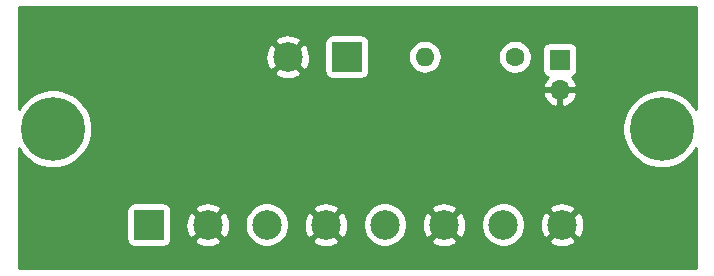
<source format=gbr>
G04 #@! TF.GenerationSoftware,KiCad,Pcbnew,(5.1.4)-1*
G04 #@! TF.CreationDate,2019-09-19T18:51:56-04:00*
G04 #@! TF.ProjectId,power_distribution,706f7765-725f-4646-9973-747269627574,rev?*
G04 #@! TF.SameCoordinates,Original*
G04 #@! TF.FileFunction,Copper,L2,Bot*
G04 #@! TF.FilePolarity,Positive*
%FSLAX46Y46*%
G04 Gerber Fmt 4.6, Leading zero omitted, Abs format (unit mm)*
G04 Created by KiCad (PCBNEW (5.1.4)-1) date 2019-09-19 18:51:56*
%MOMM*%
%LPD*%
G04 APERTURE LIST*
%ADD10C,0.800000*%
%ADD11C,5.400000*%
%ADD12O,1.600000X1.600000*%
%ADD13C,1.600000*%
%ADD14C,2.500000*%
%ADD15R,2.500000X2.500000*%
%ADD16O,1.700000X1.700000*%
%ADD17R,1.700000X1.700000*%
%ADD18C,0.254000*%
G04 APERTURE END LIST*
D10*
X201329891Y-84420109D03*
X199898000Y-83827000D03*
X198466109Y-84420109D03*
X197873000Y-85852000D03*
X198466109Y-87283891D03*
X199898000Y-87877000D03*
X201329891Y-87283891D03*
X201923000Y-85852000D03*
D11*
X199898000Y-85852000D03*
D10*
X149767891Y-84420109D03*
X148336000Y-83827000D03*
X146904109Y-84420109D03*
X146311000Y-85852000D03*
X146904109Y-87283891D03*
X148336000Y-87877000D03*
X149767891Y-87283891D03*
X150361000Y-85852000D03*
D11*
X148336000Y-85852000D03*
D12*
X179832000Y-79756000D03*
D13*
X187452000Y-79756000D03*
D14*
X168228000Y-79756000D03*
D15*
X173228000Y-79756000D03*
D16*
X191262000Y-82550000D03*
D17*
X191262000Y-80010000D03*
D14*
X191464000Y-93980000D03*
X186464000Y-93980000D03*
X181464000Y-93980000D03*
X176464000Y-93980000D03*
X171464000Y-93980000D03*
X166464000Y-93980000D03*
X161464000Y-93980000D03*
D15*
X156464000Y-93980000D03*
D18*
G36*
X202794001Y-84183329D02*
G01*
X202488464Y-83726061D01*
X202023939Y-83261536D01*
X201477715Y-82896561D01*
X200870784Y-82645162D01*
X200226469Y-82517000D01*
X199569531Y-82517000D01*
X198925216Y-82645162D01*
X198318285Y-82896561D01*
X197772061Y-83261536D01*
X197307536Y-83726061D01*
X196942561Y-84272285D01*
X196691162Y-84879216D01*
X196563000Y-85523531D01*
X196563000Y-86180469D01*
X196691162Y-86824784D01*
X196942561Y-87431715D01*
X197307536Y-87977939D01*
X197772061Y-88442464D01*
X198318285Y-88807439D01*
X198925216Y-89058838D01*
X199569531Y-89187000D01*
X200226469Y-89187000D01*
X200870784Y-89058838D01*
X201477715Y-88807439D01*
X202023939Y-88442464D01*
X202488464Y-87977939D01*
X202794000Y-87520671D01*
X202794000Y-97638000D01*
X145440000Y-97638000D01*
X145440000Y-92730000D01*
X154575928Y-92730000D01*
X154575928Y-95230000D01*
X154588188Y-95354482D01*
X154624498Y-95474180D01*
X154683463Y-95584494D01*
X154762815Y-95681185D01*
X154859506Y-95760537D01*
X154969820Y-95819502D01*
X155089518Y-95855812D01*
X155214000Y-95868072D01*
X157714000Y-95868072D01*
X157838482Y-95855812D01*
X157958180Y-95819502D01*
X158068494Y-95760537D01*
X158165185Y-95681185D01*
X158244537Y-95584494D01*
X158303502Y-95474180D01*
X158339812Y-95354482D01*
X158345807Y-95293605D01*
X160330000Y-95293605D01*
X160455914Y-95583577D01*
X160788126Y-95749433D01*
X161146312Y-95847290D01*
X161516706Y-95873389D01*
X161885075Y-95826725D01*
X162237262Y-95709094D01*
X162472086Y-95583577D01*
X162598000Y-95293605D01*
X161464000Y-94159605D01*
X160330000Y-95293605D01*
X158345807Y-95293605D01*
X158352072Y-95230000D01*
X158352072Y-94032706D01*
X159570611Y-94032706D01*
X159617275Y-94401075D01*
X159734906Y-94753262D01*
X159860423Y-94988086D01*
X160150395Y-95114000D01*
X161284395Y-93980000D01*
X161643605Y-93980000D01*
X162777605Y-95114000D01*
X163067577Y-94988086D01*
X163233433Y-94655874D01*
X163331290Y-94297688D01*
X163357389Y-93927294D01*
X163340548Y-93794344D01*
X164579000Y-93794344D01*
X164579000Y-94165656D01*
X164651439Y-94529834D01*
X164793534Y-94872882D01*
X164999825Y-95181618D01*
X165262382Y-95444175D01*
X165571118Y-95650466D01*
X165914166Y-95792561D01*
X166278344Y-95865000D01*
X166649656Y-95865000D01*
X167013834Y-95792561D01*
X167356882Y-95650466D01*
X167665618Y-95444175D01*
X167816188Y-95293605D01*
X170330000Y-95293605D01*
X170455914Y-95583577D01*
X170788126Y-95749433D01*
X171146312Y-95847290D01*
X171516706Y-95873389D01*
X171885075Y-95826725D01*
X172237262Y-95709094D01*
X172472086Y-95583577D01*
X172598000Y-95293605D01*
X171464000Y-94159605D01*
X170330000Y-95293605D01*
X167816188Y-95293605D01*
X167928175Y-95181618D01*
X168134466Y-94872882D01*
X168276561Y-94529834D01*
X168349000Y-94165656D01*
X168349000Y-94032706D01*
X169570611Y-94032706D01*
X169617275Y-94401075D01*
X169734906Y-94753262D01*
X169860423Y-94988086D01*
X170150395Y-95114000D01*
X171284395Y-93980000D01*
X171643605Y-93980000D01*
X172777605Y-95114000D01*
X173067577Y-94988086D01*
X173233433Y-94655874D01*
X173331290Y-94297688D01*
X173357389Y-93927294D01*
X173340548Y-93794344D01*
X174579000Y-93794344D01*
X174579000Y-94165656D01*
X174651439Y-94529834D01*
X174793534Y-94872882D01*
X174999825Y-95181618D01*
X175262382Y-95444175D01*
X175571118Y-95650466D01*
X175914166Y-95792561D01*
X176278344Y-95865000D01*
X176649656Y-95865000D01*
X177013834Y-95792561D01*
X177356882Y-95650466D01*
X177665618Y-95444175D01*
X177816188Y-95293605D01*
X180330000Y-95293605D01*
X180455914Y-95583577D01*
X180788126Y-95749433D01*
X181146312Y-95847290D01*
X181516706Y-95873389D01*
X181885075Y-95826725D01*
X182237262Y-95709094D01*
X182472086Y-95583577D01*
X182598000Y-95293605D01*
X181464000Y-94159605D01*
X180330000Y-95293605D01*
X177816188Y-95293605D01*
X177928175Y-95181618D01*
X178134466Y-94872882D01*
X178276561Y-94529834D01*
X178349000Y-94165656D01*
X178349000Y-94032706D01*
X179570611Y-94032706D01*
X179617275Y-94401075D01*
X179734906Y-94753262D01*
X179860423Y-94988086D01*
X180150395Y-95114000D01*
X181284395Y-93980000D01*
X181643605Y-93980000D01*
X182777605Y-95114000D01*
X183067577Y-94988086D01*
X183233433Y-94655874D01*
X183331290Y-94297688D01*
X183357389Y-93927294D01*
X183340548Y-93794344D01*
X184579000Y-93794344D01*
X184579000Y-94165656D01*
X184651439Y-94529834D01*
X184793534Y-94872882D01*
X184999825Y-95181618D01*
X185262382Y-95444175D01*
X185571118Y-95650466D01*
X185914166Y-95792561D01*
X186278344Y-95865000D01*
X186649656Y-95865000D01*
X187013834Y-95792561D01*
X187356882Y-95650466D01*
X187665618Y-95444175D01*
X187816188Y-95293605D01*
X190330000Y-95293605D01*
X190455914Y-95583577D01*
X190788126Y-95749433D01*
X191146312Y-95847290D01*
X191516706Y-95873389D01*
X191885075Y-95826725D01*
X192237262Y-95709094D01*
X192472086Y-95583577D01*
X192598000Y-95293605D01*
X191464000Y-94159605D01*
X190330000Y-95293605D01*
X187816188Y-95293605D01*
X187928175Y-95181618D01*
X188134466Y-94872882D01*
X188276561Y-94529834D01*
X188349000Y-94165656D01*
X188349000Y-94032706D01*
X189570611Y-94032706D01*
X189617275Y-94401075D01*
X189734906Y-94753262D01*
X189860423Y-94988086D01*
X190150395Y-95114000D01*
X191284395Y-93980000D01*
X191643605Y-93980000D01*
X192777605Y-95114000D01*
X193067577Y-94988086D01*
X193233433Y-94655874D01*
X193331290Y-94297688D01*
X193357389Y-93927294D01*
X193310725Y-93558925D01*
X193193094Y-93206738D01*
X193067577Y-92971914D01*
X192777605Y-92846000D01*
X191643605Y-93980000D01*
X191284395Y-93980000D01*
X190150395Y-92846000D01*
X189860423Y-92971914D01*
X189694567Y-93304126D01*
X189596710Y-93662312D01*
X189570611Y-94032706D01*
X188349000Y-94032706D01*
X188349000Y-93794344D01*
X188276561Y-93430166D01*
X188134466Y-93087118D01*
X187928175Y-92778382D01*
X187816188Y-92666395D01*
X190330000Y-92666395D01*
X191464000Y-93800395D01*
X192598000Y-92666395D01*
X192472086Y-92376423D01*
X192139874Y-92210567D01*
X191781688Y-92112710D01*
X191411294Y-92086611D01*
X191042925Y-92133275D01*
X190690738Y-92250906D01*
X190455914Y-92376423D01*
X190330000Y-92666395D01*
X187816188Y-92666395D01*
X187665618Y-92515825D01*
X187356882Y-92309534D01*
X187013834Y-92167439D01*
X186649656Y-92095000D01*
X186278344Y-92095000D01*
X185914166Y-92167439D01*
X185571118Y-92309534D01*
X185262382Y-92515825D01*
X184999825Y-92778382D01*
X184793534Y-93087118D01*
X184651439Y-93430166D01*
X184579000Y-93794344D01*
X183340548Y-93794344D01*
X183310725Y-93558925D01*
X183193094Y-93206738D01*
X183067577Y-92971914D01*
X182777605Y-92846000D01*
X181643605Y-93980000D01*
X181284395Y-93980000D01*
X180150395Y-92846000D01*
X179860423Y-92971914D01*
X179694567Y-93304126D01*
X179596710Y-93662312D01*
X179570611Y-94032706D01*
X178349000Y-94032706D01*
X178349000Y-93794344D01*
X178276561Y-93430166D01*
X178134466Y-93087118D01*
X177928175Y-92778382D01*
X177816188Y-92666395D01*
X180330000Y-92666395D01*
X181464000Y-93800395D01*
X182598000Y-92666395D01*
X182472086Y-92376423D01*
X182139874Y-92210567D01*
X181781688Y-92112710D01*
X181411294Y-92086611D01*
X181042925Y-92133275D01*
X180690738Y-92250906D01*
X180455914Y-92376423D01*
X180330000Y-92666395D01*
X177816188Y-92666395D01*
X177665618Y-92515825D01*
X177356882Y-92309534D01*
X177013834Y-92167439D01*
X176649656Y-92095000D01*
X176278344Y-92095000D01*
X175914166Y-92167439D01*
X175571118Y-92309534D01*
X175262382Y-92515825D01*
X174999825Y-92778382D01*
X174793534Y-93087118D01*
X174651439Y-93430166D01*
X174579000Y-93794344D01*
X173340548Y-93794344D01*
X173310725Y-93558925D01*
X173193094Y-93206738D01*
X173067577Y-92971914D01*
X172777605Y-92846000D01*
X171643605Y-93980000D01*
X171284395Y-93980000D01*
X170150395Y-92846000D01*
X169860423Y-92971914D01*
X169694567Y-93304126D01*
X169596710Y-93662312D01*
X169570611Y-94032706D01*
X168349000Y-94032706D01*
X168349000Y-93794344D01*
X168276561Y-93430166D01*
X168134466Y-93087118D01*
X167928175Y-92778382D01*
X167816188Y-92666395D01*
X170330000Y-92666395D01*
X171464000Y-93800395D01*
X172598000Y-92666395D01*
X172472086Y-92376423D01*
X172139874Y-92210567D01*
X171781688Y-92112710D01*
X171411294Y-92086611D01*
X171042925Y-92133275D01*
X170690738Y-92250906D01*
X170455914Y-92376423D01*
X170330000Y-92666395D01*
X167816188Y-92666395D01*
X167665618Y-92515825D01*
X167356882Y-92309534D01*
X167013834Y-92167439D01*
X166649656Y-92095000D01*
X166278344Y-92095000D01*
X165914166Y-92167439D01*
X165571118Y-92309534D01*
X165262382Y-92515825D01*
X164999825Y-92778382D01*
X164793534Y-93087118D01*
X164651439Y-93430166D01*
X164579000Y-93794344D01*
X163340548Y-93794344D01*
X163310725Y-93558925D01*
X163193094Y-93206738D01*
X163067577Y-92971914D01*
X162777605Y-92846000D01*
X161643605Y-93980000D01*
X161284395Y-93980000D01*
X160150395Y-92846000D01*
X159860423Y-92971914D01*
X159694567Y-93304126D01*
X159596710Y-93662312D01*
X159570611Y-94032706D01*
X158352072Y-94032706D01*
X158352072Y-92730000D01*
X158345808Y-92666395D01*
X160330000Y-92666395D01*
X161464000Y-93800395D01*
X162598000Y-92666395D01*
X162472086Y-92376423D01*
X162139874Y-92210567D01*
X161781688Y-92112710D01*
X161411294Y-92086611D01*
X161042925Y-92133275D01*
X160690738Y-92250906D01*
X160455914Y-92376423D01*
X160330000Y-92666395D01*
X158345808Y-92666395D01*
X158339812Y-92605518D01*
X158303502Y-92485820D01*
X158244537Y-92375506D01*
X158165185Y-92278815D01*
X158068494Y-92199463D01*
X157958180Y-92140498D01*
X157838482Y-92104188D01*
X157714000Y-92091928D01*
X155214000Y-92091928D01*
X155089518Y-92104188D01*
X154969820Y-92140498D01*
X154859506Y-92199463D01*
X154762815Y-92278815D01*
X154683463Y-92375506D01*
X154624498Y-92485820D01*
X154588188Y-92605518D01*
X154575928Y-92730000D01*
X145440000Y-92730000D01*
X145440000Y-87520672D01*
X145745536Y-87977939D01*
X146210061Y-88442464D01*
X146756285Y-88807439D01*
X147363216Y-89058838D01*
X148007531Y-89187000D01*
X148664469Y-89187000D01*
X149308784Y-89058838D01*
X149915715Y-88807439D01*
X150461939Y-88442464D01*
X150926464Y-87977939D01*
X151291439Y-87431715D01*
X151542838Y-86824784D01*
X151671000Y-86180469D01*
X151671000Y-85523531D01*
X151542838Y-84879216D01*
X151291439Y-84272285D01*
X150926464Y-83726061D01*
X150461939Y-83261536D01*
X149931174Y-82906890D01*
X189820524Y-82906890D01*
X189865175Y-83054099D01*
X189990359Y-83316920D01*
X190164412Y-83550269D01*
X190380645Y-83745178D01*
X190630748Y-83894157D01*
X190905109Y-83991481D01*
X191135000Y-83870814D01*
X191135000Y-82677000D01*
X191389000Y-82677000D01*
X191389000Y-83870814D01*
X191618891Y-83991481D01*
X191893252Y-83894157D01*
X192143355Y-83745178D01*
X192359588Y-83550269D01*
X192533641Y-83316920D01*
X192658825Y-83054099D01*
X192703476Y-82906890D01*
X192582155Y-82677000D01*
X191389000Y-82677000D01*
X191135000Y-82677000D01*
X189941845Y-82677000D01*
X189820524Y-82906890D01*
X149931174Y-82906890D01*
X149915715Y-82896561D01*
X149308784Y-82645162D01*
X148664469Y-82517000D01*
X148007531Y-82517000D01*
X147363216Y-82645162D01*
X146756285Y-82896561D01*
X146210061Y-83261536D01*
X145745536Y-83726061D01*
X145440000Y-84183328D01*
X145440000Y-81069605D01*
X167094000Y-81069605D01*
X167219914Y-81359577D01*
X167552126Y-81525433D01*
X167910312Y-81623290D01*
X168280706Y-81649389D01*
X168649075Y-81602725D01*
X169001262Y-81485094D01*
X169236086Y-81359577D01*
X169362000Y-81069605D01*
X168228000Y-79935605D01*
X167094000Y-81069605D01*
X145440000Y-81069605D01*
X145440000Y-79808706D01*
X166334611Y-79808706D01*
X166381275Y-80177075D01*
X166498906Y-80529262D01*
X166624423Y-80764086D01*
X166914395Y-80890000D01*
X168048395Y-79756000D01*
X168407605Y-79756000D01*
X169541605Y-80890000D01*
X169831577Y-80764086D01*
X169997433Y-80431874D01*
X170095290Y-80073688D01*
X170121389Y-79703294D01*
X170074725Y-79334925D01*
X169957094Y-78982738D01*
X169831577Y-78747914D01*
X169541605Y-78622000D01*
X168407605Y-79756000D01*
X168048395Y-79756000D01*
X166914395Y-78622000D01*
X166624423Y-78747914D01*
X166458567Y-79080126D01*
X166360710Y-79438312D01*
X166334611Y-79808706D01*
X145440000Y-79808706D01*
X145440000Y-78442395D01*
X167094000Y-78442395D01*
X168228000Y-79576395D01*
X169298395Y-78506000D01*
X171339928Y-78506000D01*
X171339928Y-81006000D01*
X171352188Y-81130482D01*
X171388498Y-81250180D01*
X171447463Y-81360494D01*
X171526815Y-81457185D01*
X171623506Y-81536537D01*
X171733820Y-81595502D01*
X171853518Y-81631812D01*
X171978000Y-81644072D01*
X174478000Y-81644072D01*
X174602482Y-81631812D01*
X174722180Y-81595502D01*
X174832494Y-81536537D01*
X174929185Y-81457185D01*
X175008537Y-81360494D01*
X175067502Y-81250180D01*
X175103812Y-81130482D01*
X175116072Y-81006000D01*
X175116072Y-79756000D01*
X178390057Y-79756000D01*
X178417764Y-80037309D01*
X178499818Y-80307808D01*
X178633068Y-80557101D01*
X178812392Y-80775608D01*
X179030899Y-80954932D01*
X179280192Y-81088182D01*
X179550691Y-81170236D01*
X179761508Y-81191000D01*
X179902492Y-81191000D01*
X180113309Y-81170236D01*
X180383808Y-81088182D01*
X180633101Y-80954932D01*
X180851608Y-80775608D01*
X181030932Y-80557101D01*
X181164182Y-80307808D01*
X181246236Y-80037309D01*
X181273943Y-79756000D01*
X181260023Y-79614665D01*
X186017000Y-79614665D01*
X186017000Y-79897335D01*
X186072147Y-80174574D01*
X186180320Y-80435727D01*
X186337363Y-80670759D01*
X186537241Y-80870637D01*
X186772273Y-81027680D01*
X187033426Y-81135853D01*
X187310665Y-81191000D01*
X187593335Y-81191000D01*
X187870574Y-81135853D01*
X188131727Y-81027680D01*
X188366759Y-80870637D01*
X188566637Y-80670759D01*
X188723680Y-80435727D01*
X188831853Y-80174574D01*
X188887000Y-79897335D01*
X188887000Y-79614665D01*
X188831853Y-79337426D01*
X188758361Y-79160000D01*
X189773928Y-79160000D01*
X189773928Y-80860000D01*
X189786188Y-80984482D01*
X189822498Y-81104180D01*
X189881463Y-81214494D01*
X189960815Y-81311185D01*
X190057506Y-81390537D01*
X190167820Y-81449502D01*
X190248466Y-81473966D01*
X190164412Y-81549731D01*
X189990359Y-81783080D01*
X189865175Y-82045901D01*
X189820524Y-82193110D01*
X189941845Y-82423000D01*
X191135000Y-82423000D01*
X191135000Y-82403000D01*
X191389000Y-82403000D01*
X191389000Y-82423000D01*
X192582155Y-82423000D01*
X192703476Y-82193110D01*
X192658825Y-82045901D01*
X192533641Y-81783080D01*
X192359588Y-81549731D01*
X192275534Y-81473966D01*
X192356180Y-81449502D01*
X192466494Y-81390537D01*
X192563185Y-81311185D01*
X192642537Y-81214494D01*
X192701502Y-81104180D01*
X192737812Y-80984482D01*
X192750072Y-80860000D01*
X192750072Y-79160000D01*
X192737812Y-79035518D01*
X192701502Y-78915820D01*
X192642537Y-78805506D01*
X192563185Y-78708815D01*
X192466494Y-78629463D01*
X192356180Y-78570498D01*
X192236482Y-78534188D01*
X192112000Y-78521928D01*
X190412000Y-78521928D01*
X190287518Y-78534188D01*
X190167820Y-78570498D01*
X190057506Y-78629463D01*
X189960815Y-78708815D01*
X189881463Y-78805506D01*
X189822498Y-78915820D01*
X189786188Y-79035518D01*
X189773928Y-79160000D01*
X188758361Y-79160000D01*
X188723680Y-79076273D01*
X188566637Y-78841241D01*
X188366759Y-78641363D01*
X188131727Y-78484320D01*
X187870574Y-78376147D01*
X187593335Y-78321000D01*
X187310665Y-78321000D01*
X187033426Y-78376147D01*
X186772273Y-78484320D01*
X186537241Y-78641363D01*
X186337363Y-78841241D01*
X186180320Y-79076273D01*
X186072147Y-79337426D01*
X186017000Y-79614665D01*
X181260023Y-79614665D01*
X181246236Y-79474691D01*
X181164182Y-79204192D01*
X181030932Y-78954899D01*
X180851608Y-78736392D01*
X180633101Y-78557068D01*
X180383808Y-78423818D01*
X180113309Y-78341764D01*
X179902492Y-78321000D01*
X179761508Y-78321000D01*
X179550691Y-78341764D01*
X179280192Y-78423818D01*
X179030899Y-78557068D01*
X178812392Y-78736392D01*
X178633068Y-78954899D01*
X178499818Y-79204192D01*
X178417764Y-79474691D01*
X178390057Y-79756000D01*
X175116072Y-79756000D01*
X175116072Y-78506000D01*
X175103812Y-78381518D01*
X175067502Y-78261820D01*
X175008537Y-78151506D01*
X174929185Y-78054815D01*
X174832494Y-77975463D01*
X174722180Y-77916498D01*
X174602482Y-77880188D01*
X174478000Y-77867928D01*
X171978000Y-77867928D01*
X171853518Y-77880188D01*
X171733820Y-77916498D01*
X171623506Y-77975463D01*
X171526815Y-78054815D01*
X171447463Y-78151506D01*
X171388498Y-78261820D01*
X171352188Y-78381518D01*
X171339928Y-78506000D01*
X169298395Y-78506000D01*
X169362000Y-78442395D01*
X169236086Y-78152423D01*
X168903874Y-77986567D01*
X168545688Y-77888710D01*
X168175294Y-77862611D01*
X167806925Y-77909275D01*
X167454738Y-78026906D01*
X167219914Y-78152423D01*
X167094000Y-78442395D01*
X145440000Y-78442395D01*
X145440000Y-75590000D01*
X202794001Y-75590000D01*
X202794001Y-84183329D01*
X202794001Y-84183329D01*
G37*
X202794001Y-84183329D02*
X202488464Y-83726061D01*
X202023939Y-83261536D01*
X201477715Y-82896561D01*
X200870784Y-82645162D01*
X200226469Y-82517000D01*
X199569531Y-82517000D01*
X198925216Y-82645162D01*
X198318285Y-82896561D01*
X197772061Y-83261536D01*
X197307536Y-83726061D01*
X196942561Y-84272285D01*
X196691162Y-84879216D01*
X196563000Y-85523531D01*
X196563000Y-86180469D01*
X196691162Y-86824784D01*
X196942561Y-87431715D01*
X197307536Y-87977939D01*
X197772061Y-88442464D01*
X198318285Y-88807439D01*
X198925216Y-89058838D01*
X199569531Y-89187000D01*
X200226469Y-89187000D01*
X200870784Y-89058838D01*
X201477715Y-88807439D01*
X202023939Y-88442464D01*
X202488464Y-87977939D01*
X202794000Y-87520671D01*
X202794000Y-97638000D01*
X145440000Y-97638000D01*
X145440000Y-92730000D01*
X154575928Y-92730000D01*
X154575928Y-95230000D01*
X154588188Y-95354482D01*
X154624498Y-95474180D01*
X154683463Y-95584494D01*
X154762815Y-95681185D01*
X154859506Y-95760537D01*
X154969820Y-95819502D01*
X155089518Y-95855812D01*
X155214000Y-95868072D01*
X157714000Y-95868072D01*
X157838482Y-95855812D01*
X157958180Y-95819502D01*
X158068494Y-95760537D01*
X158165185Y-95681185D01*
X158244537Y-95584494D01*
X158303502Y-95474180D01*
X158339812Y-95354482D01*
X158345807Y-95293605D01*
X160330000Y-95293605D01*
X160455914Y-95583577D01*
X160788126Y-95749433D01*
X161146312Y-95847290D01*
X161516706Y-95873389D01*
X161885075Y-95826725D01*
X162237262Y-95709094D01*
X162472086Y-95583577D01*
X162598000Y-95293605D01*
X161464000Y-94159605D01*
X160330000Y-95293605D01*
X158345807Y-95293605D01*
X158352072Y-95230000D01*
X158352072Y-94032706D01*
X159570611Y-94032706D01*
X159617275Y-94401075D01*
X159734906Y-94753262D01*
X159860423Y-94988086D01*
X160150395Y-95114000D01*
X161284395Y-93980000D01*
X161643605Y-93980000D01*
X162777605Y-95114000D01*
X163067577Y-94988086D01*
X163233433Y-94655874D01*
X163331290Y-94297688D01*
X163357389Y-93927294D01*
X163340548Y-93794344D01*
X164579000Y-93794344D01*
X164579000Y-94165656D01*
X164651439Y-94529834D01*
X164793534Y-94872882D01*
X164999825Y-95181618D01*
X165262382Y-95444175D01*
X165571118Y-95650466D01*
X165914166Y-95792561D01*
X166278344Y-95865000D01*
X166649656Y-95865000D01*
X167013834Y-95792561D01*
X167356882Y-95650466D01*
X167665618Y-95444175D01*
X167816188Y-95293605D01*
X170330000Y-95293605D01*
X170455914Y-95583577D01*
X170788126Y-95749433D01*
X171146312Y-95847290D01*
X171516706Y-95873389D01*
X171885075Y-95826725D01*
X172237262Y-95709094D01*
X172472086Y-95583577D01*
X172598000Y-95293605D01*
X171464000Y-94159605D01*
X170330000Y-95293605D01*
X167816188Y-95293605D01*
X167928175Y-95181618D01*
X168134466Y-94872882D01*
X168276561Y-94529834D01*
X168349000Y-94165656D01*
X168349000Y-94032706D01*
X169570611Y-94032706D01*
X169617275Y-94401075D01*
X169734906Y-94753262D01*
X169860423Y-94988086D01*
X170150395Y-95114000D01*
X171284395Y-93980000D01*
X171643605Y-93980000D01*
X172777605Y-95114000D01*
X173067577Y-94988086D01*
X173233433Y-94655874D01*
X173331290Y-94297688D01*
X173357389Y-93927294D01*
X173340548Y-93794344D01*
X174579000Y-93794344D01*
X174579000Y-94165656D01*
X174651439Y-94529834D01*
X174793534Y-94872882D01*
X174999825Y-95181618D01*
X175262382Y-95444175D01*
X175571118Y-95650466D01*
X175914166Y-95792561D01*
X176278344Y-95865000D01*
X176649656Y-95865000D01*
X177013834Y-95792561D01*
X177356882Y-95650466D01*
X177665618Y-95444175D01*
X177816188Y-95293605D01*
X180330000Y-95293605D01*
X180455914Y-95583577D01*
X180788126Y-95749433D01*
X181146312Y-95847290D01*
X181516706Y-95873389D01*
X181885075Y-95826725D01*
X182237262Y-95709094D01*
X182472086Y-95583577D01*
X182598000Y-95293605D01*
X181464000Y-94159605D01*
X180330000Y-95293605D01*
X177816188Y-95293605D01*
X177928175Y-95181618D01*
X178134466Y-94872882D01*
X178276561Y-94529834D01*
X178349000Y-94165656D01*
X178349000Y-94032706D01*
X179570611Y-94032706D01*
X179617275Y-94401075D01*
X179734906Y-94753262D01*
X179860423Y-94988086D01*
X180150395Y-95114000D01*
X181284395Y-93980000D01*
X181643605Y-93980000D01*
X182777605Y-95114000D01*
X183067577Y-94988086D01*
X183233433Y-94655874D01*
X183331290Y-94297688D01*
X183357389Y-93927294D01*
X183340548Y-93794344D01*
X184579000Y-93794344D01*
X184579000Y-94165656D01*
X184651439Y-94529834D01*
X184793534Y-94872882D01*
X184999825Y-95181618D01*
X185262382Y-95444175D01*
X185571118Y-95650466D01*
X185914166Y-95792561D01*
X186278344Y-95865000D01*
X186649656Y-95865000D01*
X187013834Y-95792561D01*
X187356882Y-95650466D01*
X187665618Y-95444175D01*
X187816188Y-95293605D01*
X190330000Y-95293605D01*
X190455914Y-95583577D01*
X190788126Y-95749433D01*
X191146312Y-95847290D01*
X191516706Y-95873389D01*
X191885075Y-95826725D01*
X192237262Y-95709094D01*
X192472086Y-95583577D01*
X192598000Y-95293605D01*
X191464000Y-94159605D01*
X190330000Y-95293605D01*
X187816188Y-95293605D01*
X187928175Y-95181618D01*
X188134466Y-94872882D01*
X188276561Y-94529834D01*
X188349000Y-94165656D01*
X188349000Y-94032706D01*
X189570611Y-94032706D01*
X189617275Y-94401075D01*
X189734906Y-94753262D01*
X189860423Y-94988086D01*
X190150395Y-95114000D01*
X191284395Y-93980000D01*
X191643605Y-93980000D01*
X192777605Y-95114000D01*
X193067577Y-94988086D01*
X193233433Y-94655874D01*
X193331290Y-94297688D01*
X193357389Y-93927294D01*
X193310725Y-93558925D01*
X193193094Y-93206738D01*
X193067577Y-92971914D01*
X192777605Y-92846000D01*
X191643605Y-93980000D01*
X191284395Y-93980000D01*
X190150395Y-92846000D01*
X189860423Y-92971914D01*
X189694567Y-93304126D01*
X189596710Y-93662312D01*
X189570611Y-94032706D01*
X188349000Y-94032706D01*
X188349000Y-93794344D01*
X188276561Y-93430166D01*
X188134466Y-93087118D01*
X187928175Y-92778382D01*
X187816188Y-92666395D01*
X190330000Y-92666395D01*
X191464000Y-93800395D01*
X192598000Y-92666395D01*
X192472086Y-92376423D01*
X192139874Y-92210567D01*
X191781688Y-92112710D01*
X191411294Y-92086611D01*
X191042925Y-92133275D01*
X190690738Y-92250906D01*
X190455914Y-92376423D01*
X190330000Y-92666395D01*
X187816188Y-92666395D01*
X187665618Y-92515825D01*
X187356882Y-92309534D01*
X187013834Y-92167439D01*
X186649656Y-92095000D01*
X186278344Y-92095000D01*
X185914166Y-92167439D01*
X185571118Y-92309534D01*
X185262382Y-92515825D01*
X184999825Y-92778382D01*
X184793534Y-93087118D01*
X184651439Y-93430166D01*
X184579000Y-93794344D01*
X183340548Y-93794344D01*
X183310725Y-93558925D01*
X183193094Y-93206738D01*
X183067577Y-92971914D01*
X182777605Y-92846000D01*
X181643605Y-93980000D01*
X181284395Y-93980000D01*
X180150395Y-92846000D01*
X179860423Y-92971914D01*
X179694567Y-93304126D01*
X179596710Y-93662312D01*
X179570611Y-94032706D01*
X178349000Y-94032706D01*
X178349000Y-93794344D01*
X178276561Y-93430166D01*
X178134466Y-93087118D01*
X177928175Y-92778382D01*
X177816188Y-92666395D01*
X180330000Y-92666395D01*
X181464000Y-93800395D01*
X182598000Y-92666395D01*
X182472086Y-92376423D01*
X182139874Y-92210567D01*
X181781688Y-92112710D01*
X181411294Y-92086611D01*
X181042925Y-92133275D01*
X180690738Y-92250906D01*
X180455914Y-92376423D01*
X180330000Y-92666395D01*
X177816188Y-92666395D01*
X177665618Y-92515825D01*
X177356882Y-92309534D01*
X177013834Y-92167439D01*
X176649656Y-92095000D01*
X176278344Y-92095000D01*
X175914166Y-92167439D01*
X175571118Y-92309534D01*
X175262382Y-92515825D01*
X174999825Y-92778382D01*
X174793534Y-93087118D01*
X174651439Y-93430166D01*
X174579000Y-93794344D01*
X173340548Y-93794344D01*
X173310725Y-93558925D01*
X173193094Y-93206738D01*
X173067577Y-92971914D01*
X172777605Y-92846000D01*
X171643605Y-93980000D01*
X171284395Y-93980000D01*
X170150395Y-92846000D01*
X169860423Y-92971914D01*
X169694567Y-93304126D01*
X169596710Y-93662312D01*
X169570611Y-94032706D01*
X168349000Y-94032706D01*
X168349000Y-93794344D01*
X168276561Y-93430166D01*
X168134466Y-93087118D01*
X167928175Y-92778382D01*
X167816188Y-92666395D01*
X170330000Y-92666395D01*
X171464000Y-93800395D01*
X172598000Y-92666395D01*
X172472086Y-92376423D01*
X172139874Y-92210567D01*
X171781688Y-92112710D01*
X171411294Y-92086611D01*
X171042925Y-92133275D01*
X170690738Y-92250906D01*
X170455914Y-92376423D01*
X170330000Y-92666395D01*
X167816188Y-92666395D01*
X167665618Y-92515825D01*
X167356882Y-92309534D01*
X167013834Y-92167439D01*
X166649656Y-92095000D01*
X166278344Y-92095000D01*
X165914166Y-92167439D01*
X165571118Y-92309534D01*
X165262382Y-92515825D01*
X164999825Y-92778382D01*
X164793534Y-93087118D01*
X164651439Y-93430166D01*
X164579000Y-93794344D01*
X163340548Y-93794344D01*
X163310725Y-93558925D01*
X163193094Y-93206738D01*
X163067577Y-92971914D01*
X162777605Y-92846000D01*
X161643605Y-93980000D01*
X161284395Y-93980000D01*
X160150395Y-92846000D01*
X159860423Y-92971914D01*
X159694567Y-93304126D01*
X159596710Y-93662312D01*
X159570611Y-94032706D01*
X158352072Y-94032706D01*
X158352072Y-92730000D01*
X158345808Y-92666395D01*
X160330000Y-92666395D01*
X161464000Y-93800395D01*
X162598000Y-92666395D01*
X162472086Y-92376423D01*
X162139874Y-92210567D01*
X161781688Y-92112710D01*
X161411294Y-92086611D01*
X161042925Y-92133275D01*
X160690738Y-92250906D01*
X160455914Y-92376423D01*
X160330000Y-92666395D01*
X158345808Y-92666395D01*
X158339812Y-92605518D01*
X158303502Y-92485820D01*
X158244537Y-92375506D01*
X158165185Y-92278815D01*
X158068494Y-92199463D01*
X157958180Y-92140498D01*
X157838482Y-92104188D01*
X157714000Y-92091928D01*
X155214000Y-92091928D01*
X155089518Y-92104188D01*
X154969820Y-92140498D01*
X154859506Y-92199463D01*
X154762815Y-92278815D01*
X154683463Y-92375506D01*
X154624498Y-92485820D01*
X154588188Y-92605518D01*
X154575928Y-92730000D01*
X145440000Y-92730000D01*
X145440000Y-87520672D01*
X145745536Y-87977939D01*
X146210061Y-88442464D01*
X146756285Y-88807439D01*
X147363216Y-89058838D01*
X148007531Y-89187000D01*
X148664469Y-89187000D01*
X149308784Y-89058838D01*
X149915715Y-88807439D01*
X150461939Y-88442464D01*
X150926464Y-87977939D01*
X151291439Y-87431715D01*
X151542838Y-86824784D01*
X151671000Y-86180469D01*
X151671000Y-85523531D01*
X151542838Y-84879216D01*
X151291439Y-84272285D01*
X150926464Y-83726061D01*
X150461939Y-83261536D01*
X149931174Y-82906890D01*
X189820524Y-82906890D01*
X189865175Y-83054099D01*
X189990359Y-83316920D01*
X190164412Y-83550269D01*
X190380645Y-83745178D01*
X190630748Y-83894157D01*
X190905109Y-83991481D01*
X191135000Y-83870814D01*
X191135000Y-82677000D01*
X191389000Y-82677000D01*
X191389000Y-83870814D01*
X191618891Y-83991481D01*
X191893252Y-83894157D01*
X192143355Y-83745178D01*
X192359588Y-83550269D01*
X192533641Y-83316920D01*
X192658825Y-83054099D01*
X192703476Y-82906890D01*
X192582155Y-82677000D01*
X191389000Y-82677000D01*
X191135000Y-82677000D01*
X189941845Y-82677000D01*
X189820524Y-82906890D01*
X149931174Y-82906890D01*
X149915715Y-82896561D01*
X149308784Y-82645162D01*
X148664469Y-82517000D01*
X148007531Y-82517000D01*
X147363216Y-82645162D01*
X146756285Y-82896561D01*
X146210061Y-83261536D01*
X145745536Y-83726061D01*
X145440000Y-84183328D01*
X145440000Y-81069605D01*
X167094000Y-81069605D01*
X167219914Y-81359577D01*
X167552126Y-81525433D01*
X167910312Y-81623290D01*
X168280706Y-81649389D01*
X168649075Y-81602725D01*
X169001262Y-81485094D01*
X169236086Y-81359577D01*
X169362000Y-81069605D01*
X168228000Y-79935605D01*
X167094000Y-81069605D01*
X145440000Y-81069605D01*
X145440000Y-79808706D01*
X166334611Y-79808706D01*
X166381275Y-80177075D01*
X166498906Y-80529262D01*
X166624423Y-80764086D01*
X166914395Y-80890000D01*
X168048395Y-79756000D01*
X168407605Y-79756000D01*
X169541605Y-80890000D01*
X169831577Y-80764086D01*
X169997433Y-80431874D01*
X170095290Y-80073688D01*
X170121389Y-79703294D01*
X170074725Y-79334925D01*
X169957094Y-78982738D01*
X169831577Y-78747914D01*
X169541605Y-78622000D01*
X168407605Y-79756000D01*
X168048395Y-79756000D01*
X166914395Y-78622000D01*
X166624423Y-78747914D01*
X166458567Y-79080126D01*
X166360710Y-79438312D01*
X166334611Y-79808706D01*
X145440000Y-79808706D01*
X145440000Y-78442395D01*
X167094000Y-78442395D01*
X168228000Y-79576395D01*
X169298395Y-78506000D01*
X171339928Y-78506000D01*
X171339928Y-81006000D01*
X171352188Y-81130482D01*
X171388498Y-81250180D01*
X171447463Y-81360494D01*
X171526815Y-81457185D01*
X171623506Y-81536537D01*
X171733820Y-81595502D01*
X171853518Y-81631812D01*
X171978000Y-81644072D01*
X174478000Y-81644072D01*
X174602482Y-81631812D01*
X174722180Y-81595502D01*
X174832494Y-81536537D01*
X174929185Y-81457185D01*
X175008537Y-81360494D01*
X175067502Y-81250180D01*
X175103812Y-81130482D01*
X175116072Y-81006000D01*
X175116072Y-79756000D01*
X178390057Y-79756000D01*
X178417764Y-80037309D01*
X178499818Y-80307808D01*
X178633068Y-80557101D01*
X178812392Y-80775608D01*
X179030899Y-80954932D01*
X179280192Y-81088182D01*
X179550691Y-81170236D01*
X179761508Y-81191000D01*
X179902492Y-81191000D01*
X180113309Y-81170236D01*
X180383808Y-81088182D01*
X180633101Y-80954932D01*
X180851608Y-80775608D01*
X181030932Y-80557101D01*
X181164182Y-80307808D01*
X181246236Y-80037309D01*
X181273943Y-79756000D01*
X181260023Y-79614665D01*
X186017000Y-79614665D01*
X186017000Y-79897335D01*
X186072147Y-80174574D01*
X186180320Y-80435727D01*
X186337363Y-80670759D01*
X186537241Y-80870637D01*
X186772273Y-81027680D01*
X187033426Y-81135853D01*
X187310665Y-81191000D01*
X187593335Y-81191000D01*
X187870574Y-81135853D01*
X188131727Y-81027680D01*
X188366759Y-80870637D01*
X188566637Y-80670759D01*
X188723680Y-80435727D01*
X188831853Y-80174574D01*
X188887000Y-79897335D01*
X188887000Y-79614665D01*
X188831853Y-79337426D01*
X188758361Y-79160000D01*
X189773928Y-79160000D01*
X189773928Y-80860000D01*
X189786188Y-80984482D01*
X189822498Y-81104180D01*
X189881463Y-81214494D01*
X189960815Y-81311185D01*
X190057506Y-81390537D01*
X190167820Y-81449502D01*
X190248466Y-81473966D01*
X190164412Y-81549731D01*
X189990359Y-81783080D01*
X189865175Y-82045901D01*
X189820524Y-82193110D01*
X189941845Y-82423000D01*
X191135000Y-82423000D01*
X191135000Y-82403000D01*
X191389000Y-82403000D01*
X191389000Y-82423000D01*
X192582155Y-82423000D01*
X192703476Y-82193110D01*
X192658825Y-82045901D01*
X192533641Y-81783080D01*
X192359588Y-81549731D01*
X192275534Y-81473966D01*
X192356180Y-81449502D01*
X192466494Y-81390537D01*
X192563185Y-81311185D01*
X192642537Y-81214494D01*
X192701502Y-81104180D01*
X192737812Y-80984482D01*
X192750072Y-80860000D01*
X192750072Y-79160000D01*
X192737812Y-79035518D01*
X192701502Y-78915820D01*
X192642537Y-78805506D01*
X192563185Y-78708815D01*
X192466494Y-78629463D01*
X192356180Y-78570498D01*
X192236482Y-78534188D01*
X192112000Y-78521928D01*
X190412000Y-78521928D01*
X190287518Y-78534188D01*
X190167820Y-78570498D01*
X190057506Y-78629463D01*
X189960815Y-78708815D01*
X189881463Y-78805506D01*
X189822498Y-78915820D01*
X189786188Y-79035518D01*
X189773928Y-79160000D01*
X188758361Y-79160000D01*
X188723680Y-79076273D01*
X188566637Y-78841241D01*
X188366759Y-78641363D01*
X188131727Y-78484320D01*
X187870574Y-78376147D01*
X187593335Y-78321000D01*
X187310665Y-78321000D01*
X187033426Y-78376147D01*
X186772273Y-78484320D01*
X186537241Y-78641363D01*
X186337363Y-78841241D01*
X186180320Y-79076273D01*
X186072147Y-79337426D01*
X186017000Y-79614665D01*
X181260023Y-79614665D01*
X181246236Y-79474691D01*
X181164182Y-79204192D01*
X181030932Y-78954899D01*
X180851608Y-78736392D01*
X180633101Y-78557068D01*
X180383808Y-78423818D01*
X180113309Y-78341764D01*
X179902492Y-78321000D01*
X179761508Y-78321000D01*
X179550691Y-78341764D01*
X179280192Y-78423818D01*
X179030899Y-78557068D01*
X178812392Y-78736392D01*
X178633068Y-78954899D01*
X178499818Y-79204192D01*
X178417764Y-79474691D01*
X178390057Y-79756000D01*
X175116072Y-79756000D01*
X175116072Y-78506000D01*
X175103812Y-78381518D01*
X175067502Y-78261820D01*
X175008537Y-78151506D01*
X174929185Y-78054815D01*
X174832494Y-77975463D01*
X174722180Y-77916498D01*
X174602482Y-77880188D01*
X174478000Y-77867928D01*
X171978000Y-77867928D01*
X171853518Y-77880188D01*
X171733820Y-77916498D01*
X171623506Y-77975463D01*
X171526815Y-78054815D01*
X171447463Y-78151506D01*
X171388498Y-78261820D01*
X171352188Y-78381518D01*
X171339928Y-78506000D01*
X169298395Y-78506000D01*
X169362000Y-78442395D01*
X169236086Y-78152423D01*
X168903874Y-77986567D01*
X168545688Y-77888710D01*
X168175294Y-77862611D01*
X167806925Y-77909275D01*
X167454738Y-78026906D01*
X167219914Y-78152423D01*
X167094000Y-78442395D01*
X145440000Y-78442395D01*
X145440000Y-75590000D01*
X202794001Y-75590000D01*
X202794001Y-84183329D01*
M02*

</source>
